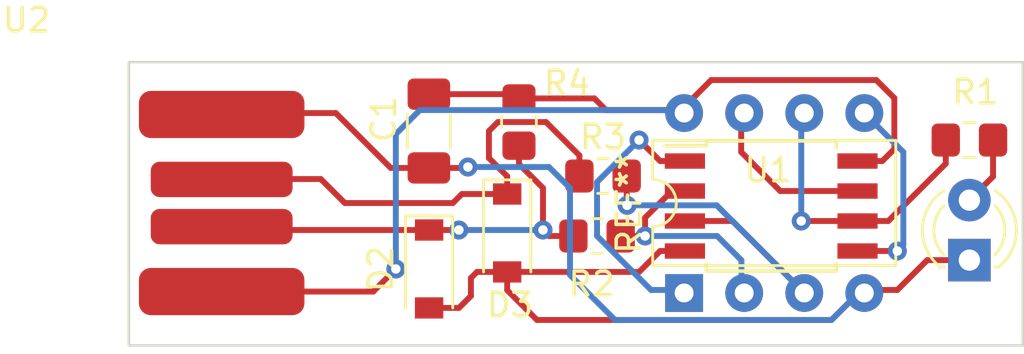
<source format=kicad_pcb>
(kicad_pcb (version 20221018) (generator pcbnew)
  (layers (0 "F.Cu" signal) (31 "B.Cu" signal) (34 "B.Paste" user) (35 "F.Paste" user) (36 "B.SilkS" user "B.Silkscreen") (37 "F.SilkS" user "F.Silkscreen") (38 "B.Mask" user) (39 "F.Mask" user) (44 "Edge.Cuts" user))
  (net 0 "")
  (net 1 "+5V")
  (net 2 "GND")
  (net 3 "Net-(D1-Pad2)")
  (net 4 "Net-(D2-Pad1)")
  (net 5 "Net-(D3-Pad1)")
  (net 6 "Net-(J1-Pad1)")
  (net 7 "Net-(J1-Pad2)")
  (net 8 "Net-(J1-Pad3)")
  (net 9 "Net-(J2-Pad1)")
  (net 10 "Net-(J2-Pad2)")
  (net 11 "Net-(J2-Pad3)")
  (footprint "Diode_SMD:D_SOD-123" (layer "F.Cu") (at 128.407 145.287 -90)
    (fp_text reference "D3" (at 3.049 -0.117) (layer "F.SilkS"))
    (fp_text value "3V6" hide)
    (fp_line (start -2.25 -1) (end -2.25 1) (stroke (width 0.12)) (layer "F.SilkS"))
    (fp_line (start -2.25 -1) (end 1.65 -1) (stroke (width 0.12)) (layer "F.SilkS"))
    (fp_line (start -2.25 1) (end 1.65 1) (stroke (width 0.12)) (layer "F.SilkS"))
    (pad "1" smd rect (at -1.65 0 270) (size 0.9 1.2) (layers "F.Cu" "F.Paste" "F.Mask") (net 5 "Net-(D3-Pad1)"))
    (pad "2" smd rect (at 1.65 0 270) (size 0.9 1.2) (layers "F.Cu" "F.Paste" "F.Mask") (net 2 "GND"))
  )
  (footprint "!My_Custom_Library:USB-A-PCB" (layer "F.Cu") (at 116.332 144.018)
    (fp_text reference "U2" (at -8.25 -7.75 unlocked) (layer "F.SilkS"))
    (fp_text value "USB-PCB")
    (pad "1" smd roundrect (at 0 3.75) (size 7 2) (layers "F.Cu" "F.Paste" "F.Mask") (net 1 "+5V"))
    (pad "2" smd roundrect (at 0 1) (size 6 1.5) (layers "F.Cu" "F.Paste" "F.Mask") (net 4 "Net-(D2-Pad1)"))
    (pad "3" smd roundrect (at 0 -1) (size 6 1.5) (layers "F.Cu" "F.Paste" "F.Mask") (net 5 "Net-(D3-Pad1)"))
    (pad "4" smd roundrect (at 0 -3.75) (size 7 2) (layers "F.Cu" "F.Paste" "F.Mask") (net 2 "GND"))
  )
  (footprint "LED_THT:LED_D3.0mm" (layer "F.Cu") (at 147.955 146.436 90)
    (fp_text reference "D1" hide)
    (fp_text value "LED")
    (fp_line (start -0.29 -1.236) (end -0.29 -1.08) (stroke (width 0.12)) (layer "F.SilkS"))
    (fp_line (start -0.29 1.08) (end -0.29 1.236) (stroke (width 0.12)) (layer "F.SilkS"))
    (fp_arc (start -0.29 -1.235516) (mid 1.366487 -1.987659) (end 2.942335 -1.078608) (stroke (width 0.12)) (layer "F.SilkS"))
    (fp_arc (start 0.229039 -1.08) (mid 1.270117 -1.5) (end 2.31113 -1.079837) (stroke (width 0.12)) (layer "F.SilkS"))
    (fp_arc (start 2.31113 1.079837) (mid 1.270117 1.5) (end 0.229039 1.08) (stroke (width 0.12)) (layer "F.SilkS"))
    (fp_arc (start 2.942335 1.078608) (mid 1.366487 1.987659) (end -0.29 1.235516) (stroke (width 0.12)) (layer "F.SilkS"))
    (pad "1" thru_hole rect (at 0 0 90) (size 1.8 1.8) (drill 0.9) (layers "*.Cu" "*.Mask") (net 2 "GND"))
    (pad "2" thru_hole circle (at 2.54 0 90) (size 1.8 1.8) (drill 0.9) (layers "*.Cu" "*.Mask") (net 3 "Net-(D1-Pad2)"))
  )
  (footprint "Resistor_SMD:R_0805_2012Metric_Pad1.20x1.40mm_HandSolder" (layer "F.Cu") (at 128.905 140.589 90)
    (fp_text reference "R4" (at 1.651 2.032 180) (layer "F.SilkS"))
    (fp_text value "1k5" hide)
    (fp_line (start -0.227064 -0.735) (end 0.227064 -0.735) (stroke (width 0.12)) (layer "F.SilkS"))
    (fp_line (start -0.227064 0.735) (end 0.227064 0.735) (stroke (width 0.12)) (layer "F.SilkS"))
    (pad "1" smd roundrect (at -1 0 90) (size 1.2 1.4) (layers "F.Cu" "F.Paste" "F.Mask") (roundrect_rratio 0.2083333333) (net 4 "Net-(D2-Pad1)"))
    (pad "2" smd roundrect (at 1 0 90) (size 1.2 1.4) (layers "F.Cu" "F.Paste" "F.Mask") (roundrect_rratio 0.2083333333) (net 1 "+5V"))
  )
  (footprint "Resistor_SMD:R_0805_2012Metric_Pad1.20x1.40mm_HandSolder" (layer "F.Cu") (at 132.461 142.875)
    (fp_text reference "R3" (at 0 -1.65) (layer "F.SilkS"))
    (fp_text value "68R" hide)
    (fp_line (start -0.227064 -0.735) (end 0.227064 -0.735) (stroke (width 0.12)) (layer "F.SilkS"))
    (fp_line (start -0.227064 0.735) (end 0.227064 0.735) (stroke (width 0.12)) (layer "F.SilkS"))
    (pad "1" smd roundrect (at -1 0) (size 1.2 1.4) (layers "F.Cu" "F.Paste" "F.Mask") (roundrect_rratio 0.2083333333) (net 5 "Net-(D3-Pad1)"))
    (pad "2" smd roundrect (at 1 0) (size 1.2 1.4) (layers "F.Cu" "F.Paste" "F.Mask") (roundrect_rratio 0.2083333333) (net 8 "Net-(J1-Pad3)"))
  )
  (footprint "Resistor_SMD:R_0805_2012Metric_Pad1.20x1.40mm_HandSolder" (layer "F.Cu") (at 132.207 145.415)
    (fp_text reference "R2" (at -0.227064 2.032) (layer "F.SilkS"))
    (fp_text value "68R" hide)
    (fp_line (start -0.227064 -0.735) (end 0.227064 -0.735) (stroke (width 0.12)) (layer "F.SilkS"))
    (fp_line (start -0.227064 0.735) (end 0.227064 0.735) (stroke (width 0.12)) (layer "F.SilkS"))
    (pad "1" smd roundrect (at -1 0) (size 1.2 1.4) (layers "F.Cu" "F.Paste" "F.Mask") (roundrect_rratio 0.2083333333) (net 4 "Net-(D2-Pad1)"))
    (pad "2" smd roundrect (at 1 0) (size 1.2 1.4) (layers "F.Cu" "F.Paste" "F.Mask") (roundrect_rratio 0.2083333333) (net 7 "Net-(J1-Pad2)"))
  )
  (footprint "Package_SO:SOIC-8W_5.3x5.3mm_P1.27mm" (layer "F.Cu") (at 139.573 144.145)
    (fp_text reference "U1" (at -0.127 -1.524) (layer "F.SilkS"))
    (fp_text value "ATtiny85" hide)
    (fp_line (start -2.75 -2.755) (end -2.75 -2.55) (stroke (width 0.15)) (layer "F.SilkS"))
    (fp_line (start -2.75 -2.755) (end 2.75 -2.755) (stroke (width 0.15)) (layer "F.SilkS"))
    (fp_line (start -2.75 -2.55) (end -4.5 -2.55) (stroke (width 0.15)) (layer "F.SilkS"))
    (fp_line (start -2.75 2.755) (end -2.75 2.455) (stroke (width 0.15)) (layer "F.SilkS"))
    (fp_line (start -2.75 2.755) (end 2.75 2.755) (stroke (width 0.15)) (layer "F.SilkS"))
    (fp_line (start 2.75 -2.755) (end 2.75 -2.455) (stroke (width 0.15)) (layer "F.SilkS"))
    (fp_line (start 2.75 2.755) (end 2.75 2.455) (stroke (width 0.15)) (layer "F.SilkS"))
    (pad "1" smd rect (at -3.65 -1.905) (size 1.7 0.65) (layers "F.Cu" "F.Paste" "F.Mask") (net 6 "Net-(J1-Pad1)"))
    (pad "2" smd rect (at -3.65 -0.635) (size 1.7 0.65) (layers "F.Cu" "F.Paste" "F.Mask") (net 7 "Net-(J1-Pad2)"))
    (pad "3" smd rect (at -3.65 0.635) (size 1.7 0.65) (layers "F.Cu" "F.Paste" "F.Mask") (net 8 "Net-(J1-Pad3)"))
    (pad "4" smd rect (at -3.65 1.905) (size 1.7 0.65) (layers "F.Cu" "F.Paste" "F.Mask") (net 2 "GND"))
    (pad "5" smd rect (at 3.65 1.905) (size 1.7 0.65) (layers "F.Cu" "F.Paste" "F.Mask") (net 9 "Net-(J2-Pad1)"))
    (pad "6" smd rect (at 3.65 0.635) (size 1.7 0.65) (layers "F.Cu" "F.Paste" "F.Mask") (net 10 "Net-(J2-Pad2)"))
    (pad "7" smd rect (at 3.65 -0.635) (size 1.7 0.65) (layers "F.Cu" "F.Paste" "F.Mask") (net 11 "Net-(J2-Pad3)"))
    (pad "8" smd rect (at 3.65 -1.905) (size 1.7 0.65) (layers "F.Cu" "F.Paste" "F.Mask") (net 1 "+5V"))
  )
  (footprint "Package_DIP:DIP-8_W7.62mm" (layer "F.Cu") (at 135.89 147.828 90)
    (fp_text reference "REF**" (at 3.81 -2.33 90) (layer "F.SilkS"))
    (fp_text value "DIP-8_W7.62mm")
    (fp_line (start 1.16 -1.33) (end 1.16 8.95) (stroke (width 0.12)) (layer "F.SilkS"))
    (fp_line (start 1.16 8.95) (end 6.46 8.95) (stroke (width 0.12)) (layer "F.SilkS"))
    (fp_line (start 2.81 -1.33) (end 1.16 -1.33) (stroke (width 0.12)) (layer "F.SilkS"))
    (fp_line (start 6.46 -1.33) (end 4.81 -1.33) (stroke (width 0.12)) (layer "F.SilkS"))
    (fp_line (start 6.46 8.95) (end 6.46 -1.33) (stroke (width 0.12)) (layer "F.SilkS"))
    (fp_arc (start 4.81 -1.33) (mid 3.81 -0.33) (end 2.81 -1.33) (stroke (width 0.12)) (layer "F.SilkS"))
    (pad "1" thru_hole rect (at 0 0 90) (size 1.6 1.6) (drill 0.8) (layers "*.Cu" "*.Mask"))
    (pad "2" thru_hole oval (at 0 2.54 90) (size 1.6 1.6) (drill 0.8) (layers "*.Cu" "*.Mask"))
    (pad "3" thru_hole oval (at 0 5.08 90) (size 1.6 1.6) (drill 0.8) (layers "*.Cu" "*.Mask"))
    (pad "4" thru_hole oval (at 0 7.62 90) (size 1.6 1.6) (drill 0.8) (layers "*.Cu" "*.Mask"))
    (pad "5" thru_hole oval (at 7.62 7.62 90) (size 1.6 1.6) (drill 0.8) (layers "*.Cu" "*.Mask"))
    (pad "6" thru_hole oval (at 7.62 5.08 90) (size 1.6 1.6) (drill 0.8) (layers "*.Cu" "*.Mask"))
    (pad "7" thru_hole oval (at 7.62 2.54 90) (size 1.6 1.6) (drill 0.8) (layers "*.Cu" "*.Mask"))
    (pad "8" thru_hole oval (at 7.62 0 90) (size 1.6 1.6) (drill 0.8) (layers "*.Cu" "*.Mask"))
  )
  (footprint "Diode_SMD:D_SOD-123" (layer "F.Cu") (at 125.105 146.811 -90)
    (fp_text reference "D2" (at 0.001 2.042 -90) (layer "F.SilkS"))
    (fp_text value "3V6" hide)
    (fp_line (start -2.25 -1) (end -2.25 1) (stroke (width 0.12)) (layer "F.SilkS"))
    (fp_line (start -2.25 -1) (end 1.65 -1) (stroke (width 0.12)) (layer "F.SilkS"))
    (fp_line (start -2.25 1) (end 1.65 1) (stroke (width 0.12)) (layer "F.SilkS"))
    (pad "1" smd rect (at -1.65 0 270) (size 0.9 1.2) (layers "F.Cu" "F.Paste" "F.Mask") (net 4 "Net-(D2-Pad1)"))
    (pad "2" smd rect (at 1.65 0 270) (size 0.9 1.2) (layers "F.Cu" "F.Paste" "F.Mask") (net 2 "GND"))
  )
  (footprint "Resistor_SMD:R_0805_2012Metric_Pad1.20x1.40mm_HandSolder" (layer "F.Cu") (at 147.955 141.351 180)
    (fp_text reference "R1" (at -0.254 2.032) (layer "F.SilkS"))
    (fp_text value "330R" hide)
    (fp_line (start -0.227064 -0.735) (end 0.227064 -0.735) (stroke (width 0.12)) (layer "F.SilkS"))
    (fp_line (start -0.227064 0.735) (end 0.227064 0.735) (stroke (width 0.12)) (layer "F.SilkS"))
    (pad "1" smd roundrect (at -1 0 180) (size 1.2 1.4) (layers "F.Cu" "F.Paste" "F.Mask") (roundrect_rratio 0.2083333333) (net 3 "Net-(D1-Pad2)"))
    (pad "2" smd roundrect (at 1 0 180) (size 1.2 1.4) (layers "F.Cu" "F.Paste" "F.Mask") (roundrect_rratio 0.2083333333) (net 10 "Net-(J2-Pad2)"))
  )
  (footprint "Capacitor_SMD:C_1206_3216Metric_Pad1.33x1.80mm_HandSolder" (layer "F.Cu") (at 125.095 140.97 -90)
    (fp_text reference "C1" (at -0.508 1.915 -90) (layer "F.SilkS"))
    (fp_text value "100n" hide)
    (fp_line (start -0.711252 -0.91) (end 0.711252 -0.91) (stroke (width 0.12)) (layer "F.SilkS"))
    (fp_line (start -0.711252 0.91) (end 0.711252 0.91) (stroke (width 0.12)) (layer "F.SilkS"))
    (pad "1" smd roundrect (at -1.5625 0 270) (size 1.325 1.8) (layers "F.Cu" "F.Paste" "F.Mask") (roundrect_rratio 0.1886792453) (net 1 "+5V"))
    (pad "2" smd roundrect (at 1.5625 0 270) (size 1.325 1.8) (layers "F.Cu" "F.Paste" "F.Mask") (roundrect_rratio 0.1886792453) (net 2 "GND"))
  )
  (gr_rect (start 112.395 138.049) (end 150.203 150.049) (stroke (width 0.1)) (fill none) (layer "F.SilkS"))
  (gr_rect (start 112.414 138.049) (end 150.222 150.049) (stroke (width 0.1)) (fill none) (layer "Edge.Cuts"))
  (segment (start 144.272 142.24) (end 143.223 142.24) (width 0.25) (layer "F.Cu") (net 1))
  (segment (start 125.095 139.4075) (end 128.7235 139.4075) (width 0.25) (layer "F.Cu") (net 1))
  (segment (start 137.033 138.811) (end 144.018 138.811) (width 0.25) (layer "F.Cu") (net 1))
  (segment (start 144.78 141.732) (end 144.272 142.24) (width 0.25) (layer "F.Cu") (net 1))
  (segment (start 128.921 139.573) (end 128.905 139.589) (width 0.25) (layer "F.Cu") (net 1))
  (segment (start 128.7235 139.4075) (end 128.905 139.589) (width 0.25) (layer "F.Cu") (net 1))
  (segment (start 122.742 147.768) (end 116.459 147.768) (width 0.25) (layer "F.Cu") (net 1))
  (segment (start 132.096 139.589) (end 132.588 140.081) (width 0.25) (layer "F.Cu") (net 1))
  (segment (start 144.018 138.811) (end 144.78 139.573) (width 0.25) (layer "F.Cu") (net 1))
  (segment (start 123.698 146.812) (end 122.742 147.768) (width 0.25) (layer "F.Cu") (net 1))
  (segment (start 132.588 140.081) (end 135.763 140.081) (width 0.25) (layer "F.Cu") (net 1))
  (segment (start 128.905 139.589) (end 132.096 139.589) (width 0.25) (layer "F.Cu") (net 1))
  (segment (start 135.763 140.081) (end 137.033 138.811) (width 0.25) (layer "F.Cu") (net 1))
  (segment (start 144.78 139.573) (end 144.78 141.732) (width 0.25) (layer "F.Cu") (net 1))
  (via (at 123.698 146.812) (size 0.8) (drill 0.4) (layers "F.Cu" "B.Cu") (net 1))
  (segment (start 124.714 140.081) (end 123.698 141.097) (width 0.25) (layer "B.Cu") (net 1))
  (segment (start 123.698 141.097) (end 123.698 146.812) (width 0.25) (layer "B.Cu") (net 1))
  (segment (start 135.763 140.081) (end 124.714 140.081) (width 0.25) (layer "B.Cu") (net 1))
  (segment (start 144.907 147.701) (end 143.393 147.701) (width 0.25) (layer "F.Cu") (net 2))
  (segment (start 125.095 142.5325) (end 126.7075 142.5325) (width 0.25) (layer "F.Cu") (net 2))
  (segment (start 146.172 146.436) (end 144.907 147.701) (width 0.25) (layer "F.Cu") (net 2))
  (segment (start 128.407 147.197) (end 128.407 146.937) (width 0.25) (layer "F.Cu") (net 2))
  (segment (start 135.923 146.05) (end 134.874 146.05) (width 0.25) (layer "F.Cu") (net 2))
  (segment (start 127.129 146.937) (end 128.407 146.937) (width 0.25) (layer "F.Cu") (net 2))
  (segment (start 125.105 148.461) (end 126.367 148.461) (width 0.25) (layer "F.Cu") (net 2))
  (segment (start 126.873 147.193) (end 127.129 146.937) (width 0.25) (layer "F.Cu") (net 2))
  (segment (start 123.4825 142.5325) (end 121.158 140.208) (width 0.25) (layer "F.Cu") (net 2))
  (segment (start 125.095 142.5325) (end 123.4825 142.5325) (width 0.25) (layer "F.Cu") (net 2))
  (segment (start 126.7075 142.5325) (end 126.746 142.494) (width 0.25) (layer "F.Cu") (net 2))
  (segment (start 126.367 148.461) (end 126.873 147.955) (width 0.25) (layer "F.Cu") (net 2))
  (segment (start 142.123 148.971) (end 143.393 147.701) (width 0.25) (layer "F.Cu") (net 2))
  (segment (start 129.667 148.971) (end 142.123 148.971) (width 0.25) (layer "F.Cu") (net 2))
  (segment (start 147.955 146.436) (end 146.172 146.436) (width 0.25) (layer "F.Cu") (net 2))
  (segment (start 128.407 146.937) (end 128.407 147.711) (width 0.25) (layer "F.Cu") (net 2))
  (segment (start 116.519 140.208) (end 116.459 140.268) (width 0.25) (layer "F.Cu") (net 2))
  (segment (start 126.873 147.955) (end 126.873 147.193) (width 0.25) (layer "F.Cu") (net 2))
  (segment (start 121.158 140.208) (end 116.519 140.208) (width 0.25) (layer "F.Cu") (net 2))
  (segment (start 133.987 146.937) (end 128.407 146.937) (width 0.25) (layer "F.Cu") (net 2))
  (segment (start 134.874 146.05) (end 133.987 146.937) (width 0.25) (layer "F.Cu") (net 2))
  (segment (start 128.407 147.711) (end 129.667 148.971) (width 0.25) (layer "F.Cu") (net 2))
  (via (at 126.746 142.494) (size 0.8) (drill 0.4) (layers "F.Cu" "B.Cu") (net 2))
  (segment (start 132.969 148.971) (end 142.123 148.971) (width 0.25) (layer "B.Cu") (net 2))
  (segment (start 142.123 148.971) (end 143.393 147.701) (width 0.25) (layer "B.Cu") (net 2))
  (segment (start 130.175 142.494) (end 131.064 143.383) (width 0.25) (layer "B.Cu") (net 2))
  (segment (start 126.746 142.494) (end 130.175 142.494) (width 0.25) (layer "B.Cu") (net 2))
  (segment (start 131.064 147.066) (end 132.969 148.971) (width 0.25) (layer "B.Cu") (net 2))
  (segment (start 131.064 143.383) (end 131.064 147.066) (width 0.25) (layer "B.Cu") (net 2))
  (segment (start 148.955 142.896) (end 147.955 143.896) (width 0.25) (layer "F.Cu") (net 3))
  (segment (start 148.955 141.351) (end 148.955 142.896) (width 0.25) (layer "F.Cu") (net 3))
  (segment (start 129.921 145.161) (end 130.175 145.415) (width 0.25) (layer "F.Cu") (net 4))
  (segment (start 129.921 145.161) (end 129.921 143.383) (width 0.25) (layer "F.Cu") (net 4))
  (segment (start 129.921 143.383) (end 128.905 142.367) (width 0.25) (layer "F.Cu") (net 4))
  (segment (start 130.175 145.415) (end 131.461 145.415) (width 0.25) (layer "F.Cu") (net 4))
  (segment (start 125.105 145.161) (end 126.365 145.161) (width 0.25) (layer "F.Cu") (net 4))
  (segment (start 116.602 145.161) (end 116.459 145.018) (width 0.25) (layer "F.Cu") (net 4))
  (segment (start 128.905 142.367) (end 128.905 141.589) (width 0.25) (layer "F.Cu") (net 4))
  (segment (start 125.105 145.161) (end 116.602 145.161) (width 0.25) (layer "F.Cu") (net 4))
  (via (at 129.921 145.161) (size 0.8) (drill 0.4) (layers "F.Cu" "B.Cu") (net 4))
  (via (at 126.365 145.161) (size 0.8) (drill 0.4) (layers "F.Cu" "B.Cu") (net 4))
  (segment (start 129.921 145.161) (end 126.365 145.161) (width 0.25) (layer "B.Cu") (net 4))
  (segment (start 116.475 143.002) (end 116.459 143.018) (width 0.25) (layer "F.Cu") (net 5))
  (segment (start 131.461 142.002) (end 131.461 142.875) (width 0.25) (layer "F.Cu") (net 5))
  (segment (start 130.048 140.589) (end 131.461 142.002) (width 0.25) (layer "F.Cu") (net 5))
  (segment (start 128.016 140.589) (end 130.048 140.589) (width 0.25) (layer "F.Cu") (net 5))
  (segment (start 126.111 144.018) (end 121.539 144.018) (width 0.25) (layer "F.Cu") (net 5))
  (segment (start 127.635 142.113) (end 127.635 140.97) (width 0.25) (layer "F.Cu") (net 5))
  (segment (start 126.492 143.637) (end 126.111 144.018) (width 0.25) (layer "F.Cu") (net 5))
  (segment (start 121.539 144.018) (end 120.523 143.002) (width 0.25) (layer "F.Cu") (net 5))
  (segment (start 128.407 142.885) (end 127.635 142.113) (width 0.25) (layer "F.Cu") (net 5))
  (segment (start 128.407 143.637) (end 126.492 143.637) (width 0.25) (layer "F.Cu") (net 5))
  (segment (start 120.523 143.002) (end 116.475 143.002) (width 0.25) (layer "F.Cu") (net 5))
  (segment (start 128.407 143.637) (end 128.407 142.885) (width 0.25) (layer "F.Cu") (net 5))
  (segment (start 127.635 140.97) (end 128.016 140.589) (width 0.25) (layer "F.Cu") (net 5))
  (segment (start 133.985 141.351) (end 134.874 142.24) (width 0.25) (layer "F.Cu") (net 6))
  (segment (start 134.874 142.24) (end 135.923 142.24) (width 0.25) (layer "F.Cu") (net 6))
  (via (at 133.985 141.351) (size 0.8) (drill 0.4) (layers "F.Cu" "B.Cu") (net 6))
  (segment (start 132.207 143.129) (end 132.207 145.415) (width 0.25) (layer "B.Cu") (net 6))
  (segment (start 134.493 147.701) (end 135.773 147.701) (width 0.25) (layer "B.Cu") (net 6))
  (segment (start 133.985 141.351) (end 132.207 143.129) (width 0.25) (layer "B.Cu") (net 6))
  (segment (start 132.207 145.415) (end 134.493 147.701) (width 0.25) (layer "B.Cu") (net 6))
  (segment (start 134.239 145.415) (end 134.239 144.639978) (width 0.25) (layer "F.Cu") (net 7))
  (segment (start 135.368978 143.51) (end 135.923 143.51) (width 0.25) (layer "F.Cu") (net 7))
  (segment (start 133.461 145.415) (end 134.239 145.415) (width 0.25) (layer "F.Cu") (net 7))
  (segment (start 134.239 144.639978) (end 135.368978 143.51) (width 0.25) (layer "F.Cu") (net 7))
  (via (at 134.239 145.415) (size 0.8) (drill 0.4) (layers "F.Cu" "B.Cu") (net 7))
  (segment (start 138.313 146.441) (end 138.313 147.701) (width 0.25) (layer "B.Cu") (net 7))
  (segment (start 134.239 145.415) (end 137.287 145.415) (width 0.25) (layer "B.Cu") (net 7))
  (segment (start 137.287 145.415) (end 138.313 146.441) (width 0.25) (layer "B.Cu") (net 7))
  (segment (start 137.932 144.78) (end 135.923 144.78) (width 0.25) (layer "F.Cu") (net 8))
  (segment (start 133.477 144.1155) (end 133.461 144.0995) (width 0.25) (layer "F.Cu") (net 8))
  (segment (start 140.853 147.701) (end 137.932 144.78) (width 0.25) (layer "F.Cu") (net 8))
  (segment (start 133.461 144.0995) (end 133.461 142.875) (width 0.25) (layer "F.Cu") (net 8))
  (via (at 133.477 144.1155) (size 0.8) (drill 0.4) (layers "F.Cu" "B.Cu") (net 8))
  (segment (start 137.2675 144.1155) (end 140.853 147.701) (width 0.25) (layer "B.Cu") (net 8))
  (segment (start 133.477 144.1155) (end 137.2675 144.1155) (width 0.25) (layer "B.Cu") (net 8))
  (segment (start 144.907 146.05) (end 143.223 146.05) (width 0.25) (layer "F.Cu") (net 9))
  (via (at 144.907 146.05) (size 0.8) (drill 0.4) (layers "F.Cu" "B.Cu") (net 9))
  (segment (start 144.907 146.05) (end 145.161 145.796) (width 0.25) (layer "B.Cu") (net 9))
  (segment (start 145.161 141.859) (end 143.383 140.081) (width 0.25) (layer "B.Cu") (net 9))
  (segment (start 145.161 145.796) (end 145.161 141.859) (width 0.25) (layer "B.Cu") (net 9))
  (segment (start 144.526 144.78) (end 143.223 144.78) (width 0.25) (layer "F.Cu") (net 10))
  (segment (start 146.955 141.351) (end 146.955 142.351) (width 0.25) (layer "F.Cu") (net 10))
  (segment (start 146.955 142.351) (end 144.526 144.78) (width 0.25) (layer "F.Cu") (net 10))
  (segment (start 140.843 144.78) (end 143.223 144.78) (width 0.25) (layer "F.Cu") (net 10))
  (via (at 140.843 144.78) (size 0.8) (drill 0.4) (layers "F.Cu" "B.Cu") (net 10))
  (segment (start 140.843 144.78) (end 140.843 140.081) (width 0.25) (layer "B.Cu") (net 10))
  (segment (start 138.303 141.859) (end 139.954 143.51) (width 0.25) (layer "F.Cu") (net 11))
  (segment (start 138.303 140.081) (end 138.303 141.859) (width 0.25) (layer "F.Cu") (net 11))
  (segment (start 139.954 143.51) (end 143.223 143.51) (width 0.25) (layer "F.Cu") (net 11))
)
</source>
